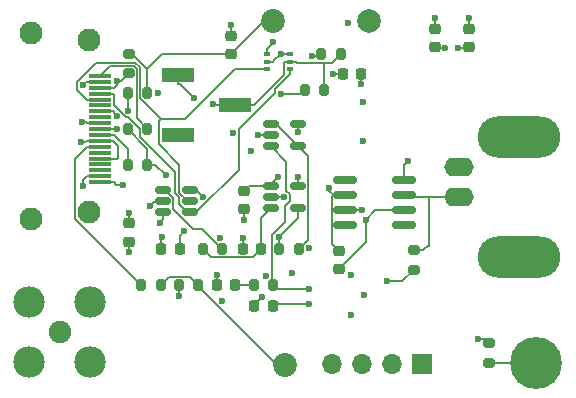
<source format=gbr>
%TF.GenerationSoftware,KiCad,Pcbnew,(6.0.4-0)*%
%TF.CreationDate,2023-05-29T12:52:23-05:00*%
%TF.ProjectId,voltage_sense,766f6c74-6167-4655-9f73-656e73652e6b,rev?*%
%TF.SameCoordinates,Original*%
%TF.FileFunction,Copper,L1,Top*%
%TF.FilePolarity,Positive*%
%FSLAX46Y46*%
G04 Gerber Fmt 4.6, Leading zero omitted, Abs format (unit mm)*
G04 Created by KiCad (PCBNEW (6.0.4-0)) date 2023-05-29 12:52:23*
%MOMM*%
%LPD*%
G01*
G04 APERTURE LIST*
G04 Aperture macros list*
%AMRoundRect*
0 Rectangle with rounded corners*
0 $1 Rounding radius*
0 $2 $3 $4 $5 $6 $7 $8 $9 X,Y pos of 4 corners*
0 Add a 4 corners polygon primitive as box body*
4,1,4,$2,$3,$4,$5,$6,$7,$8,$9,$2,$3,0*
0 Add four circle primitives for the rounded corners*
1,1,$1+$1,$2,$3*
1,1,$1+$1,$4,$5*
1,1,$1+$1,$6,$7*
1,1,$1+$1,$8,$9*
0 Add four rect primitives between the rounded corners*
20,1,$1+$1,$2,$3,$4,$5,0*
20,1,$1+$1,$4,$5,$6,$7,0*
20,1,$1+$1,$6,$7,$8,$9,0*
20,1,$1+$1,$8,$9,$2,$3,0*%
G04 Aperture macros list end*
%TA.AperFunction,SMDPad,CuDef*%
%ADD10RoundRect,0.150000X-0.512500X-0.150000X0.512500X-0.150000X0.512500X0.150000X-0.512500X0.150000X0*%
%TD*%
%TA.AperFunction,SMDPad,CuDef*%
%ADD11RoundRect,0.200000X-0.200000X-0.275000X0.200000X-0.275000X0.200000X0.275000X-0.200000X0.275000X0*%
%TD*%
%TA.AperFunction,SMDPad,CuDef*%
%ADD12RoundRect,0.150000X0.825000X0.150000X-0.825000X0.150000X-0.825000X-0.150000X0.825000X-0.150000X0*%
%TD*%
%TA.AperFunction,ComponentPad*%
%ADD13R,1.700000X1.700000*%
%TD*%
%TA.AperFunction,ComponentPad*%
%ADD14O,1.700000X1.700000*%
%TD*%
%TA.AperFunction,SMDPad,CuDef*%
%ADD15RoundRect,0.225000X0.250000X-0.225000X0.250000X0.225000X-0.250000X0.225000X-0.250000X-0.225000X0*%
%TD*%
%TA.AperFunction,ComponentPad*%
%ADD16C,2.020000*%
%TD*%
%TA.AperFunction,SMDPad,CuDef*%
%ADD17RoundRect,0.225000X-0.250000X0.225000X-0.250000X-0.225000X0.250000X-0.225000X0.250000X0.225000X0*%
%TD*%
%TA.AperFunction,SMDPad,CuDef*%
%ADD18RoundRect,0.200000X0.200000X0.275000X-0.200000X0.275000X-0.200000X-0.275000X0.200000X-0.275000X0*%
%TD*%
%TA.AperFunction,SMDPad,CuDef*%
%ADD19RoundRect,0.200000X0.275000X-0.200000X0.275000X0.200000X-0.275000X0.200000X-0.275000X-0.200000X0*%
%TD*%
%TA.AperFunction,SMDPad,CuDef*%
%ADD20R,0.600000X0.420000*%
%TD*%
%TA.AperFunction,SMDPad,CuDef*%
%ADD21RoundRect,0.225000X-0.225000X-0.250000X0.225000X-0.250000X0.225000X0.250000X-0.225000X0.250000X0*%
%TD*%
%TA.AperFunction,ComponentPad*%
%ADD22C,2.000000*%
%TD*%
%TA.AperFunction,ComponentPad*%
%ADD23O,2.500000X1.600000*%
%TD*%
%TA.AperFunction,ComponentPad*%
%ADD24O,7.000000X3.500000*%
%TD*%
%TA.AperFunction,SMDPad,CuDef*%
%ADD25R,1.900000X0.300000*%
%TD*%
%TA.AperFunction,ComponentPad*%
%ADD26C,1.950000*%
%TD*%
%TA.AperFunction,SMDPad,CuDef*%
%ADD27RoundRect,0.200000X-0.275000X0.200000X-0.275000X-0.200000X0.275000X-0.200000X0.275000X0.200000X0*%
%TD*%
%TA.AperFunction,ComponentPad*%
%ADD28C,4.400000*%
%TD*%
%TA.AperFunction,SMDPad,CuDef*%
%ADD29RoundRect,0.225000X0.225000X0.250000X-0.225000X0.250000X-0.225000X-0.250000X0.225000X-0.250000X0*%
%TD*%
%TA.AperFunction,SMDPad,CuDef*%
%ADD30R,2.790000X1.190000*%
%TD*%
%TA.AperFunction,ComponentPad*%
%ADD31C,1.905000*%
%TD*%
%TA.AperFunction,ComponentPad*%
%ADD32C,2.667000*%
%TD*%
%TA.AperFunction,ViaPad*%
%ADD33C,0.600000*%
%TD*%
%TA.AperFunction,Conductor*%
%ADD34C,0.127000*%
%TD*%
G04 APERTURE END LIST*
D10*
%TO.P,U3,1*%
%TO.N,Net-(C8-Pad2)*%
X22738500Y18285500D03*
%TO.P,U3,2,V-*%
%TO.N,-15V*%
X22738500Y17335500D03*
%TO.P,U3,3,+*%
%TO.N,Net-(C11-Pad2)*%
X22738500Y16385500D03*
%TO.P,U3,4,-*%
%TO.N,Net-(R6-Pad1)*%
X25013500Y16385500D03*
%TO.P,U3,5,V+*%
%TO.N,+15V*%
X25013500Y18285500D03*
%TD*%
D11*
%TO.P,R10,1*%
%TO.N,Net-(C11-Pad2)*%
X16955000Y12921500D03*
%TO.P,R10,2*%
%TO.N,Net-(IC1-Pad1)*%
X18605000Y12921500D03*
%TD*%
D12*
%TO.P,U2,1,NC*%
%TO.N,unconnected-(U2-Pad1)*%
X33971000Y14922500D03*
%TO.P,U2,2,-*%
%TO.N,Net-(C7-Pad1)*%
X33971000Y16192500D03*
%TO.P,U2,3,+*%
%TO.N,Net-(J5-Pad1)*%
X33971000Y17462500D03*
%TO.P,U2,4,V-*%
%TO.N,-15V*%
X33971000Y18732500D03*
%TO.P,U2,5,NC*%
%TO.N,unconnected-(U2-Pad5)*%
X29021000Y18732500D03*
%TO.P,U2,6*%
%TO.N,Net-(C7-Pad2)*%
X29021000Y17462500D03*
%TO.P,U2,7,V+*%
%TO.N,+15V*%
X29021000Y16192500D03*
%TO.P,U2,8,NC*%
%TO.N,unconnected-(U2-Pad8)*%
X29021000Y14922500D03*
%TD*%
D13*
%TO.P,J2,1,Pin_1*%
%TO.N,+5V*%
X35550000Y3168500D03*
D14*
%TO.P,J2,2,Pin_2*%
%TO.N,-15V*%
X33010000Y3168500D03*
%TO.P,J2,3,Pin_3*%
%TO.N,+15V*%
X30470000Y3168500D03*
%TO.P,J2,4,Pin_4*%
%TO.N,GND*%
X27930000Y3168500D03*
%TD*%
D11*
%TO.P,R13,1*%
%TO.N,Net-(C12-Pad1)*%
X25591000Y26383500D03*
%TO.P,R13,2*%
%TO.N,Net-(C12-Pad2)*%
X27241000Y26383500D03*
%TD*%
D15*
%TO.P,C6,1*%
%TO.N,-15V*%
X39497000Y30022500D03*
%TO.P,C6,2*%
%TO.N,GND*%
X39497000Y31572500D03*
%TD*%
%TO.P,C7,1*%
%TO.N,Net-(C7-Pad1)*%
X28448000Y11226500D03*
%TO.P,C7,2*%
%TO.N,Net-(C7-Pad2)*%
X28448000Y12776500D03*
%TD*%
D16*
%TO.P,TP1,1*%
%TO.N,Net-(C13-Pad2)*%
X23876000Y3111500D03*
%TD*%
D11*
%TO.P,R4,1*%
%TO.N,/vsense/CAL_ADC*%
X10605000Y20033500D03*
%TO.P,R4,2*%
%TO.N,Net-(C7-Pad2)*%
X12255000Y20033500D03*
%TD*%
D17*
%TO.P,C31,1*%
%TO.N,GND*%
X10668000Y15093500D03*
%TO.P,C31,2*%
%TO.N,-15V*%
X10668000Y13543500D03*
%TD*%
D11*
%TO.P,R6,1*%
%TO.N,Net-(R6-Pad1)*%
X23432000Y12921500D03*
%TO.P,R6,2*%
%TO.N,3V3_BUF*%
X25082000Y12921500D03*
%TD*%
D15*
%TO.P,C8,1*%
%TO.N,GND*%
X20447000Y16306500D03*
%TO.P,C8,2*%
%TO.N,Net-(C8-Pad2)*%
X20447000Y17856500D03*
%TD*%
D18*
%TO.P,R66,1*%
%TO.N,+3V3*%
X22923000Y9842500D03*
%TO.P,R66,2*%
%TO.N,Net-(C5-Pad1)*%
X21273000Y9842500D03*
%TD*%
D19*
%TO.P,R71,1*%
%TO.N,Net-(H3-Pad1)*%
X41148000Y3302500D03*
%TO.P,R71,2*%
%TO.N,GND*%
X41148000Y4952500D03*
%TD*%
D15*
%TO.P,C32,1*%
%TO.N,GND*%
X36576000Y30022500D03*
%TO.P,C32,2*%
%TO.N,+15V*%
X36576000Y31572500D03*
%TD*%
D18*
%TO.P,R16,1*%
%TO.N,Net-(C13-Pad2)*%
X16573000Y9842500D03*
%TO.P,R16,2*%
%TO.N,GND*%
X14923000Y9842500D03*
%TD*%
D20*
%TO.P,U4,1,VDD*%
%TO.N,+3V3*%
X22418000Y29446500D03*
%TO.P,U4,2,VSS*%
%TO.N,GND*%
X22418000Y28796500D03*
%TO.P,U4,3,SCL*%
%TO.N,/vsense/SCL*%
X22418000Y28146500D03*
%TO.P,U4,4,SDA*%
%TO.N,/vsense/SDA*%
X24318000Y28146500D03*
%TO.P,U4,5,B*%
%TO.N,Net-(C12-Pad2)*%
X24318000Y28796500D03*
%TO.P,U4,6,W*%
%TO.N,GND*%
X24318000Y29446500D03*
%TD*%
D10*
%TO.P,IC1,1,VOUT*%
%TO.N,Net-(IC1-Pad1)*%
X13594500Y17935500D03*
%TO.P,IC1,2,VA*%
%TO.N,+5V*%
X13594500Y16985500D03*
%TO.P,IC1,3,GND*%
%TO.N,GND*%
X13594500Y16035500D03*
%TO.P,IC1,4,SDA*%
%TO.N,/vsense/SDA*%
X15869500Y16035500D03*
%TO.P,IC1,5,SCL*%
%TO.N,/vsense/SCL*%
X15869500Y16985500D03*
%TO.P,IC1,6,ADR0*%
%TO.N,Net-(IC1-Pad6)*%
X15869500Y17935500D03*
%TD*%
D21*
%TO.P,C11,1*%
%TO.N,GND*%
X20357800Y12921500D03*
%TO.P,C11,2*%
%TO.N,Net-(C11-Pad2)*%
X21907800Y12921500D03*
%TD*%
D22*
%TO.P,TP9,1,1*%
%TO.N,GND*%
X30988000Y32225500D03*
%TD*%
D11*
%TO.P,R11,1*%
%TO.N,GND*%
X26988000Y29431500D03*
%TO.P,R11,2*%
%TO.N,Net-(C12-Pad2)*%
X28638000Y29431500D03*
%TD*%
D23*
%TO.P,J5,1,In*%
%TO.N,Net-(J5-Pad1)*%
X38608000Y17317500D03*
D24*
%TO.P,J5,2,Ext*%
%TO.N,GND*%
X43688000Y22397500D03*
D23*
X38608000Y19857500D03*
D24*
X43688000Y12237500D03*
%TD*%
D25*
%TO.P,J4,1,D2+*%
%TO.N,/vsense/CMD*%
X8268000Y18585500D03*
%TO.P,J4,2,D2S*%
%TO.N,GND*%
X8268000Y19085500D03*
%TO.P,J4,3,D2-*%
%TO.N,/vsense/CAL_DAC*%
X8268000Y19585500D03*
%TO.P,J4,4,D1+*%
%TO.N,/vsense/OUT_P*%
X8268000Y20085500D03*
%TO.P,J4,5,D1S*%
%TO.N,GND*%
X8268000Y20585500D03*
%TO.P,J4,6,D1-*%
%TO.N,/vsense/OUT_N*%
X8268000Y21085500D03*
%TO.P,J4,7,D0+*%
%TO.N,/vsense/CC*%
X8268000Y21585500D03*
%TO.P,J4,8,D0S*%
%TO.N,GND*%
X8268000Y22085500D03*
%TO.P,J4,9,D0-*%
%TO.N,/vsense/CAL_ADC*%
X8268000Y22585500D03*
%TO.P,J4,10,CK+*%
%TO.N,+15V*%
X8268000Y23085500D03*
%TO.P,J4,11,CKS*%
%TO.N,GND*%
X8268000Y23585500D03*
%TO.P,J4,12,CK-*%
%TO.N,/vsense/VCM*%
X8268000Y24085500D03*
%TO.P,J4,13,CEC*%
%TO.N,-15V*%
X8268000Y24585500D03*
%TO.P,J4,14,UTILITY*%
%TO.N,unconnected-(J4-Pad14)*%
X8268000Y25085500D03*
%TO.P,J4,15,SCL*%
%TO.N,/vsense/SCL*%
X8268000Y25585500D03*
%TO.P,J4,16,SDA*%
%TO.N,/vsense/SDA*%
X8268000Y26085500D03*
%TO.P,J4,17,GND*%
%TO.N,GND*%
X8268000Y26585500D03*
%TO.P,J4,18,+5V*%
%TO.N,+5V*%
X8268000Y27085500D03*
%TO.P,J4,19,HPD*%
%TO.N,/vsense/AMP_OUT*%
X8268000Y27585500D03*
D26*
%TO.P,J4,SH,SH*%
%TO.N,Net-(FB1-Pad1)*%
X7318000Y16085500D03*
X2418000Y15485500D03*
X7318000Y30585500D03*
X2418000Y31185500D03*
%TD*%
D10*
%TO.P,U1,1*%
%TO.N,3V3_BUF*%
X22738500Y23523500D03*
%TO.P,U1,2,V-*%
%TO.N,-15V*%
X22738500Y22573500D03*
%TO.P,U1,3,+*%
%TO.N,+3V3*%
X22738500Y21623500D03*
%TO.P,U1,4,-*%
%TO.N,3V3_BUF*%
X25013500Y21623500D03*
%TO.P,U1,5,V+*%
%TO.N,+15V*%
X25013500Y23523500D03*
%TD*%
D27*
%TO.P,R1,1*%
%TO.N,Net-(C1-Pad2)*%
X10668000Y29463500D03*
%TO.P,R1,2*%
%TO.N,GND*%
X10668000Y27813500D03*
%TD*%
D28*
%TO.P,H3,1,1*%
%TO.N,Net-(H3-Pad1)*%
X45200000Y3317500D03*
%TD*%
D19*
%TO.P,R12,1*%
%TO.N,Net-(R12-Pad1)*%
X34798000Y11176500D03*
%TO.P,R12,2*%
%TO.N,Net-(J5-Pad1)*%
X34798000Y12826500D03*
%TD*%
D16*
%TO.P,TP2,1*%
%TO.N,Net-(C1-Pad2)*%
X22860000Y32225500D03*
%TD*%
D18*
%TO.P,R18,1*%
%TO.N,/vsense/AMP_OUT*%
X12255000Y23081500D03*
%TO.P,R18,2*%
%TO.N,Net-(C7-Pad2)*%
X10605000Y23081500D03*
%TD*%
D29*
%TO.P,C19,1*%
%TO.N,Net-(C19-Pad1)*%
X22873000Y8064500D03*
%TO.P,C19,2*%
%TO.N,GND*%
X21323000Y8064500D03*
%TD*%
D21*
%TO.P,C12,1*%
%TO.N,Net-(C12-Pad1)*%
X13449000Y12921500D03*
%TO.P,C12,2*%
%TO.N,Net-(C12-Pad2)*%
X14999000Y12921500D03*
%TD*%
D30*
%TO.P,RV1,1,1*%
%TO.N,Net-(C12-Pad1)*%
X14857000Y27653500D03*
%TO.P,RV1,2,2*%
%TO.N,Net-(C12-Pad2)*%
X19687000Y25113500D03*
%TO.P,RV1,3,3*%
%TO.N,unconnected-(RV1-Pad3)*%
X14857000Y22573500D03*
%TD*%
D29*
%TO.P,C10,1*%
%TO.N,-15V*%
X30366000Y27780500D03*
%TO.P,C10,2*%
%TO.N,GND*%
X28816000Y27780500D03*
%TD*%
D18*
%TO.P,R15,1*%
%TO.N,Net-(C13-Pad2)*%
X13398000Y9842500D03*
%TO.P,R15,2*%
%TO.N,/vsense/CC*%
X11748000Y9842500D03*
%TD*%
%TO.P,R2,1*%
%TO.N,Net-(C1-Pad2)*%
X12255000Y26129500D03*
%TO.P,R2,2*%
%TO.N,/vsense/CMD*%
X10605000Y26129500D03*
%TD*%
D29*
%TO.P,C5,1*%
%TO.N,Net-(C5-Pad1)*%
X19698000Y9842500D03*
%TO.P,C5,2*%
%TO.N,GND*%
X18148000Y9842500D03*
%TD*%
D17*
%TO.P,C1,1*%
%TO.N,GND*%
X19304000Y30968500D03*
%TO.P,C1,2*%
%TO.N,Net-(C1-Pad2)*%
X19304000Y29418500D03*
%TD*%
D31*
%TO.P,J1,1,In*%
%TO.N,/vsense/SMA_OUT*%
X4826000Y5905500D03*
D32*
%TO.P,J1,2,Ext*%
%TO.N,GND*%
X7375900Y3355600D03*
%TO.P,J1,3*%
%TO.N,N/C*%
X2276100Y3355600D03*
%TO.P,J1,4*%
X2276100Y8455400D03*
%TO.P,J1,5*%
X7375900Y8455400D03*
%TD*%
D33*
%TO.N,Net-(R12-Pad1)*%
X21061300Y21220500D03*
X32506000Y10192500D03*
%TO.N,Net-(C12-Pad2)*%
X17855100Y25184400D03*
X15391000Y14455000D03*
%TO.N,Net-(C19-Pad1)*%
X25969100Y8298700D03*
%TO.N,Net-(IC1-Pad6)*%
X16975400Y17369200D03*
%TO.N,Net-(R6-Pad1)*%
X23388000Y13932400D03*
%TO.N,Net-(C12-Pad1)*%
X16215200Y25696500D03*
X23555700Y26030500D03*
X13471700Y13932500D03*
%TO.N,/vsense/CMD*%
X10611500Y24613200D03*
X10229600Y18376500D03*
%TO.N,+3V3*%
X22930400Y30496500D03*
X25969100Y9505200D03*
%TO.N,Net-(C8-Pad2)*%
X23326500Y19021300D03*
%TO.N,Net-(C7-Pad2)*%
X27674500Y18102100D03*
X13803800Y19160000D03*
%TO.N,Net-(C7-Pad1)*%
X30730200Y15387800D03*
%TO.N,-15V*%
X30366000Y26868800D03*
X9654600Y24163900D03*
X10668000Y12637700D03*
X34284500Y20362600D03*
X38588900Y29919600D03*
X23829100Y17335500D03*
X21643800Y22573500D03*
X19493000Y22734100D03*
%TO.N,+15V*%
X13131200Y26177600D03*
X36576000Y32451700D03*
X30423700Y16232600D03*
X18538500Y8517900D03*
X25013500Y19014700D03*
X25013500Y22795800D03*
X30480000Y25371900D03*
X9645500Y23062700D03*
%TO.N,+5V*%
X29458500Y7379700D03*
X12513900Y16585500D03*
X29458500Y10760600D03*
X22273200Y10670300D03*
X6831800Y26843400D03*
%TO.N,GND*%
X13301800Y15134300D03*
X6809000Y18292500D03*
X25918200Y12992600D03*
X18414000Y13834000D03*
X9651500Y27170400D03*
X21933900Y8855200D03*
X18148000Y10755500D03*
X6723200Y23641800D03*
X20357800Y13825700D03*
X14923000Y8928200D03*
X6643800Y21950400D03*
X27936500Y27752500D03*
X29219700Y32103600D03*
X10668000Y15972200D03*
X19304000Y31869800D03*
X20447000Y15423100D03*
X24524000Y10873100D03*
X26159100Y29281200D03*
X30569000Y9074300D03*
X30480000Y22056800D03*
X39497000Y32453600D03*
X40238500Y5293400D03*
X37484500Y29919600D03*
X23566000Y29477500D03*
%TD*%
D34*
%TO.N,GND*%
X9779000Y21651500D02*
X9779000Y20637500D01*
X8268000Y22085500D02*
X9345000Y22085500D01*
X9779000Y20637500D02*
X9727000Y20585500D01*
X9345000Y22085500D02*
X9779000Y21651500D01*
X9727000Y20585500D02*
X8268000Y20585500D01*
%TO.N,Net-(J5-Pad1)*%
X36068000Y13196700D02*
X36068000Y13271500D01*
X36068000Y13271500D02*
X36068000Y17317500D01*
X34798000Y12826500D02*
X35623000Y12826500D01*
X35623000Y12826500D02*
X36068000Y13271500D01*
%TO.N,Net-(C13-Pad2)*%
X14082600Y10527100D02*
X13398000Y9842500D01*
X15888400Y10527100D02*
X14082600Y10527100D01*
X16573000Y9842500D02*
X15888400Y10527100D01*
X16573000Y9759100D02*
X16573000Y9842500D01*
X23220600Y3111500D02*
X16573000Y9759100D01*
X23876000Y3111500D02*
X23220600Y3111500D01*
%TO.N,Net-(J5-Pad1)*%
X38608000Y17317500D02*
X37887700Y17317500D01*
X34798000Y12826500D02*
X35168200Y13196700D01*
X37887700Y17317500D02*
X35168200Y17317500D01*
X34116000Y17317500D02*
X33971000Y17462500D01*
X35168200Y17317500D02*
X34116000Y17317500D01*
%TO.N,Net-(R12-Pad1)*%
X33814000Y10192500D02*
X34798000Y11176500D01*
X32506000Y10192500D02*
X33814000Y10192500D01*
%TO.N,Net-(C12-Pad2)*%
X24318000Y28796500D02*
X24808600Y28796500D01*
X27241000Y28709200D02*
X27241000Y26383500D01*
X24895900Y28709200D02*
X27241000Y28709200D01*
X24808600Y28796500D02*
X24895900Y28709200D01*
X27915700Y28709200D02*
X28638000Y29431500D01*
X27241000Y28709200D02*
X27915700Y28709200D01*
X19687000Y25113500D02*
X21272600Y25113500D01*
X24318000Y28796500D02*
X23827400Y28796500D01*
X19687000Y25113500D02*
X18101400Y25113500D01*
X17926000Y25113500D02*
X18101400Y25113500D01*
X17855100Y25184400D02*
X17926000Y25113500D01*
X23827400Y27668300D02*
X21272600Y25113500D01*
X23827400Y28796500D02*
X23827400Y27668300D01*
X14999000Y14063000D02*
X14999000Y12921500D01*
X15391000Y14455000D02*
X14999000Y14063000D01*
%TO.N,Net-(H3-Pad1)*%
X41163000Y3317500D02*
X41148000Y3302500D01*
X45200000Y3317500D02*
X41163000Y3317500D01*
%TO.N,Net-(C19-Pad1)*%
X23107200Y8298700D02*
X22873000Y8064500D01*
X25969100Y8298700D02*
X23107200Y8298700D01*
%TO.N,Net-(C5-Pad1)*%
X19698000Y9842500D02*
X21273000Y9842500D01*
%TO.N,3V3_BUF*%
X23113500Y23523500D02*
X25013500Y21623500D01*
X22738500Y23523500D02*
X23113500Y23523500D01*
X25873800Y13713300D02*
X25082000Y12921500D01*
X25873800Y20763200D02*
X25873800Y13713300D01*
X25013500Y21623500D02*
X25873800Y20763200D01*
%TO.N,Net-(IC1-Pad6)*%
X16409100Y17935500D02*
X16975400Y17369200D01*
X15869500Y17935500D02*
X16409100Y17935500D01*
%TO.N,Net-(IC1-Pad1)*%
X16870400Y14656100D02*
X18605000Y12921500D01*
X16103900Y14656100D02*
X16870400Y14656100D01*
X14467400Y16292600D02*
X16103900Y14656100D01*
X14467400Y17259200D02*
X14467400Y16292600D01*
X13791100Y17935500D02*
X14467400Y17259200D01*
X13594500Y17935500D02*
X13791100Y17935500D01*
%TO.N,Net-(R6-Pad1)*%
X23432000Y13888400D02*
X23432000Y12921500D01*
X23388000Y13932400D02*
X23432000Y13888400D01*
X25013500Y15557900D02*
X25013500Y16385500D01*
X23388000Y13932400D02*
X25013500Y15557900D01*
%TO.N,Net-(C12-Pad1)*%
X25238000Y26030500D02*
X23555700Y26030500D01*
X25591000Y26383500D02*
X25238000Y26030500D01*
X15043800Y26867900D02*
X14857000Y26867900D01*
X16215200Y25696500D02*
X15043800Y26867900D01*
X14857000Y27653500D02*
X14857000Y26867900D01*
X13449000Y13909800D02*
X13449000Y12921500D01*
X13471700Y13932500D02*
X13449000Y13909800D01*
%TO.N,Net-(C11-Pad2)*%
X21907800Y15554800D02*
X21907800Y12921500D01*
X22738500Y16385500D02*
X21907800Y15554800D01*
X17651600Y12224900D02*
X16955000Y12921500D01*
X21211200Y12224900D02*
X17651600Y12224900D01*
X21907800Y12921500D02*
X21211200Y12224900D01*
%TO.N,/vsense/AMP_OUT*%
X11354300Y23982200D02*
X12255000Y23081500D01*
X11354300Y28208400D02*
X11354300Y23982200D01*
X11152800Y28409900D02*
X11354300Y28208400D01*
X9092400Y28409900D02*
X11152800Y28409900D01*
X8268000Y27585500D02*
X9092400Y28409900D01*
%TO.N,/vsense/CMD*%
X10611500Y26123000D02*
X10611500Y24613200D01*
X10605000Y26129500D02*
X10611500Y26123000D01*
X9617600Y18376500D02*
X9408600Y18585500D01*
X10229600Y18376500D02*
X9617600Y18376500D01*
X8268000Y18585500D02*
X9408600Y18585500D01*
%TO.N,+3V3*%
X22418000Y29446500D02*
X22418000Y29847100D01*
X24029000Y20333000D02*
X22738500Y21623500D01*
X24029000Y17874600D02*
X24029000Y20333000D01*
X24339600Y17564000D02*
X24029000Y17874600D01*
X24339600Y17016400D02*
X24339600Y17564000D01*
X23876000Y16552800D02*
X24339600Y17016400D01*
X23876000Y15226500D02*
X23876000Y16552800D01*
X22777600Y14128100D02*
X23876000Y15226500D01*
X22777600Y9987900D02*
X22777600Y14128100D01*
X22923000Y9842500D02*
X22777600Y9987900D01*
X22930400Y30359500D02*
X22418000Y29847100D01*
X22930400Y30496500D02*
X22930400Y30359500D01*
X23260300Y9505200D02*
X22923000Y9842500D01*
X25969100Y9505200D02*
X23260300Y9505200D01*
%TO.N,/vsense/CC*%
X6118900Y20577000D02*
X7127400Y21585500D01*
X6118900Y15471600D02*
X6118900Y20577000D01*
X11748000Y9842500D02*
X6118900Y15471600D01*
X8268000Y21585500D02*
X7127400Y21585500D01*
%TO.N,/vsense/CAL_ADC*%
X10605000Y21389100D02*
X10605000Y20033500D01*
X9408600Y22585500D02*
X10605000Y21389100D01*
X8268000Y22585500D02*
X9408600Y22585500D01*
%TO.N,/vsense/SCL*%
X8268000Y25585500D02*
X7127400Y25585500D01*
X19650900Y28146500D02*
X22418000Y28146500D01*
X15430800Y23926400D02*
X19650900Y28146500D01*
X13398500Y23926400D02*
X15430800Y23926400D01*
X11608500Y25716400D02*
X13398500Y23926400D01*
X11608500Y28332100D02*
X11608500Y25716400D01*
X11228400Y28712200D02*
X11608500Y28332100D01*
X7933700Y28712200D02*
X11228400Y28712200D01*
X6289700Y27068200D02*
X7933700Y28712200D01*
X6289700Y26423200D02*
X6289700Y27068200D01*
X7127400Y25585500D02*
X6289700Y26423200D01*
X15656700Y16985500D02*
X15869500Y16985500D01*
X14956500Y17685700D02*
X15656700Y16985500D01*
X14956500Y20075300D02*
X14956500Y17685700D01*
X13244000Y21787800D02*
X14956500Y20075300D01*
X13244000Y23771900D02*
X13244000Y21787800D01*
X13398500Y23926400D02*
X13244000Y23771900D01*
%TO.N,/vsense/SDA*%
X23039800Y26467700D02*
X24318000Y27745900D01*
X23039800Y26143000D02*
X23039800Y26467700D01*
X19983700Y23086900D02*
X23039800Y26143000D01*
X19983700Y19622800D02*
X19983700Y23086900D01*
X16396400Y16035500D02*
X19983700Y19622800D01*
X15869500Y16035500D02*
X16396400Y16035500D01*
X24318000Y28146500D02*
X24318000Y27745900D01*
X8268000Y26085500D02*
X9408600Y26085500D01*
X15630800Y16035500D02*
X15869500Y16035500D01*
X14933600Y16732700D02*
X15630800Y16035500D01*
X14933600Y17349100D02*
X14933600Y16732700D01*
X14575500Y17707200D02*
X14933600Y17349100D01*
X14575500Y19480200D02*
X14575500Y17707200D01*
X11631000Y22424700D02*
X14575500Y19480200D01*
X11631000Y23084000D02*
X11631000Y22424700D01*
X10592400Y24122600D02*
X11631000Y23084000D01*
X10408400Y24122600D02*
X10592400Y24122600D01*
X9408600Y25122400D02*
X10408400Y24122600D01*
X9408600Y26085500D02*
X9408600Y25122400D01*
%TO.N,Net-(C8-Pad2)*%
X20876000Y18285500D02*
X20447000Y17856500D01*
X22738500Y18285500D02*
X20876000Y18285500D01*
X22738500Y18433300D02*
X23326500Y19021300D01*
X22738500Y18285500D02*
X22738500Y18433300D01*
%TO.N,Net-(C7-Pad2)*%
X27674500Y17813500D02*
X27674500Y18102100D01*
X28025500Y17462500D02*
X27674500Y17813500D01*
X29021000Y17462500D02*
X28025500Y17462500D01*
X27854700Y13369800D02*
X28448000Y12776500D01*
X27854700Y17291700D02*
X27854700Y13369800D01*
X28025500Y17462500D02*
X27854700Y17291700D01*
X12930300Y20033500D02*
X13803800Y19160000D01*
X12255000Y20033500D02*
X12930300Y20033500D01*
X12255000Y21431500D02*
X12255000Y20033500D01*
X10605000Y23081500D02*
X12255000Y21431500D01*
%TO.N,Net-(C7-Pad1)*%
X31534900Y16192500D02*
X33971000Y16192500D01*
X30730200Y15387800D02*
X31534900Y16192500D01*
X30730200Y13508700D02*
X30730200Y15387800D01*
X28448000Y11226500D02*
X30730200Y13508700D01*
%TO.N,Net-(C1-Pad2)*%
X22111000Y32225500D02*
X22860000Y32225500D01*
X19304000Y29418500D02*
X22111000Y32225500D01*
X13499100Y29418500D02*
X19304000Y29418500D01*
X12255000Y28174400D02*
X13499100Y29418500D01*
X12255000Y26129500D02*
X12255000Y28174400D01*
X10965900Y29463500D02*
X10668000Y29463500D01*
X12255000Y28174400D02*
X10965900Y29463500D01*
%TO.N,-15V*%
X30366000Y26868800D02*
X30366000Y27780500D01*
X8268000Y24585500D02*
X9408600Y24585500D01*
X9408600Y24409900D02*
X9408600Y24585500D01*
X9654600Y24163900D02*
X9408600Y24409900D01*
X10668000Y12637700D02*
X10668000Y13543500D01*
X33971000Y20049100D02*
X33971000Y18732500D01*
X34284500Y20362600D02*
X33971000Y20049100D01*
X39394100Y29919600D02*
X39497000Y30022500D01*
X38588900Y29919600D02*
X39394100Y29919600D01*
X22738500Y17335500D02*
X23829100Y17335500D01*
X22738500Y22573500D02*
X21643800Y22573500D01*
%TO.N,+15V*%
X36576000Y31572500D02*
X36576000Y32451700D01*
X29061100Y16232600D02*
X29021000Y16192500D01*
X30423700Y16232600D02*
X29061100Y16232600D01*
X25013500Y22795800D02*
X25013500Y23523500D01*
X25013500Y18285500D02*
X25013500Y19014700D01*
X8268000Y23085500D02*
X9408600Y23085500D01*
X9431400Y23062700D02*
X9408600Y23085500D01*
X9645500Y23062700D02*
X9431400Y23062700D01*
%TO.N,+5V*%
X12913900Y16985500D02*
X13594500Y16985500D01*
X12513900Y16585500D02*
X12913900Y16985500D01*
X7073900Y27085500D02*
X8268000Y27085500D01*
X6831800Y26843400D02*
X7073900Y27085500D01*
%TO.N,GND*%
X18148000Y10755500D02*
X18148000Y9842500D01*
X21323000Y8244300D02*
X21323000Y8064500D01*
X21933900Y8855200D02*
X21323000Y8244300D01*
X8268000Y26585500D02*
X9408600Y26585500D01*
X8268000Y23585500D02*
X7127400Y23585500D01*
X7071100Y23641800D02*
X7127400Y23585500D01*
X6723200Y23641800D02*
X7071100Y23641800D01*
X6809000Y18767100D02*
X7127400Y19085500D01*
X6809000Y18292500D02*
X6809000Y18767100D01*
X8268000Y19085500D02*
X7127400Y19085500D01*
X20357800Y12921500D02*
X20357800Y13825700D01*
X13594500Y15427000D02*
X13594500Y16035500D01*
X13301800Y15134300D02*
X13594500Y15427000D01*
X14923000Y8928200D02*
X14923000Y9842500D01*
X10024900Y27170400D02*
X10668000Y27813500D01*
X9651500Y27170400D02*
X10024900Y27170400D01*
X9651500Y26828400D02*
X9408600Y26585500D01*
X9651500Y27170400D02*
X9651500Y26828400D01*
X8268000Y22085500D02*
X7127400Y22085500D01*
X6992300Y21950400D02*
X7127400Y22085500D01*
X6643800Y21950400D02*
X6992300Y21950400D01*
X28788000Y27752500D02*
X28816000Y27780500D01*
X27936500Y27752500D02*
X28788000Y27752500D01*
X10668000Y15972200D02*
X10668000Y15093500D01*
X19304000Y31869800D02*
X19304000Y30968500D01*
X20447000Y16306500D02*
X20447000Y15423100D01*
X26837700Y29281200D02*
X26988000Y29431500D01*
X26159100Y29281200D02*
X26837700Y29281200D01*
X39497000Y31572500D02*
X39497000Y32453600D01*
X40807100Y5293400D02*
X41148000Y4952500D01*
X40238500Y5293400D02*
X40807100Y5293400D01*
X36678900Y29919600D02*
X36576000Y30022500D01*
X37484500Y29919600D02*
X36678900Y29919600D01*
X24318000Y29446500D02*
X23827400Y29446500D01*
X23796400Y29477500D02*
X23827400Y29446500D01*
X23566000Y29477500D02*
X23796400Y29477500D01*
X22908600Y28820100D02*
X22908600Y28796500D01*
X23566000Y29477500D02*
X22908600Y28820100D01*
X22418000Y28796500D02*
X22908600Y28796500D01*
%TD*%
M02*

</source>
